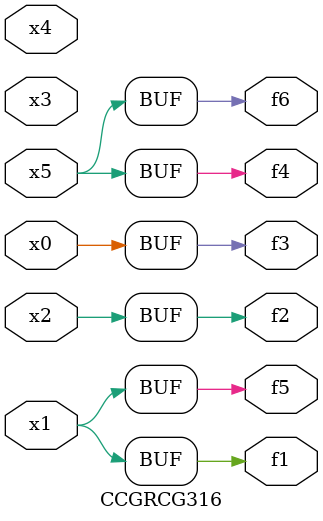
<source format=v>
module CCGRCG316(
	input x0, x1, x2, x3, x4, x5,
	output f1, f2, f3, f4, f5, f6
);
	assign f1 = x1;
	assign f2 = x2;
	assign f3 = x0;
	assign f4 = x5;
	assign f5 = x1;
	assign f6 = x5;
endmodule

</source>
